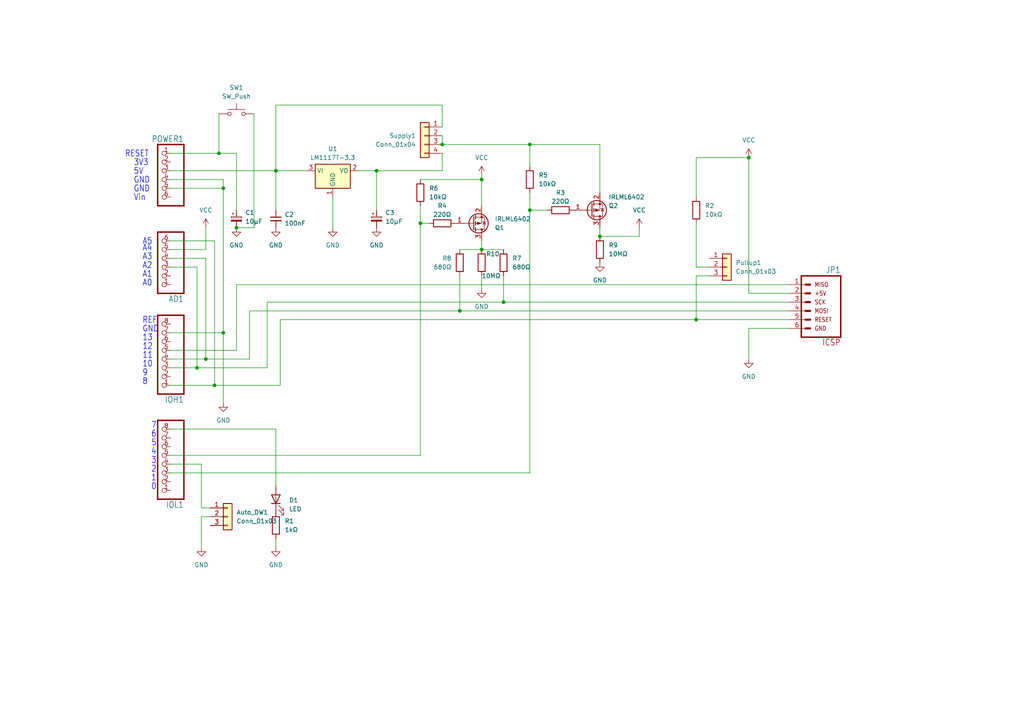
<source format=kicad_sch>
(kicad_sch (version 20230121) (generator eeschema)
  (paper "A4")
  (title_block (title "dw-link probe (THT)") (date "2023-09-04") (rev "3.0"))
  (lib_symbols
    (symbol "Connector_Generic:Conn_01x03" (pin_names (offset 1.016) hide)
      (property "Reference" "J" (at 0 5.08 0))
      (property "Value" "Conn_01x03" (at 0 -5.08 0))
      (symbol "Conn_01x03_1_1"
        (rectangle (start -1.27 -2.413) (end 0 -2.667) (stroke (width 0.1524)))
        (rectangle (start -1.27 0.127) (end 0 -0.127) (stroke (width 0.1524)))
        (rectangle (start -1.27 2.667) (end 0 2.413) (stroke (width 0.1524)))
        (rectangle (start -1.27 3.81) (end 1.27 -3.81) (stroke (width 0.254)) (fill (type background)))
        (pin passive line (at -5.08 2.54 0) (length 3.81) (name "Pin_1") (number "1"))
        (pin passive line (at -5.08 0 0) (length 3.81) (name "Pin_2") (number "2"))
        (pin passive line (at -5.08 -2.54 0) (length 3.81) (name "Pin_3") (number "3"))
      )
    )
    (symbol "Connector_Generic:Conn_01x04" (pin_names (offset 1.016) hide)
      (property "Reference" "J" (at 0 5.08 0))
      (property "Value" "Conn_01x04" (at 0 -7.62 0))
      (symbol "Conn_01x04_1_1"
        (rectangle (start -1.27 -4.953) (end 0 -5.207) (stroke (width 0.1524)))
        (rectangle (start -1.27 -2.413) (end 0 -2.667) (stroke (width 0.1524)))
        (rectangle (start -1.27 0.127) (end 0 -0.127) (stroke (width 0.1524)))
        (rectangle (start -1.27 2.667) (end 0 2.413) (stroke (width 0.1524)))
        (rectangle (start -1.27 3.81) (end 1.27 -6.35) (stroke (width 0.254)) (fill (type background)))
        (pin passive line (at -5.08 2.54 0) (length 3.81) (name "Pin_1") (number "1"))
        (pin passive line (at -5.08 0 0) (length 3.81) (name "Pin_2") (number "2"))
        (pin passive line (at -5.08 -2.54 0) (length 3.81) (name "Pin_3") (number "3"))
        (pin passive line (at -5.08 -5.08 0) (length 3.81) (name "Pin_4") (number "4"))
      )
    )
    (symbol "Device:C_Polarized_Small" (pin_numbers hide) (pin_names (offset 0.254) hide)
      (property "Reference" "C" (at 0.254 1.778 0))
      (property "Value" "C_Polarized_Small" (at 0.254 -2.032 0))
      (symbol "C_Polarized_Small_0_1"
        (rectangle (start -1.524 -0.3048) (end 1.524 -0.6858) (fill (type outline)))
        (rectangle (start -1.524 0.6858) (end 1.524 0.3048))
        (polyline (pts (xy -1.27 1.524) (xy -0.762 1.524)))
        (polyline (pts (xy -1.016 1.27) (xy -1.016 1.778)))
      )
      (symbol "C_Polarized_Small_1_1"
        (pin passive line (at 0 2.54 270) (length 1.8542) (name "~") (number "1"))
        (pin passive line (at 0 -2.54 90) (length 1.8542) (name "~") (number "2"))
      )
    )
    (symbol "Device:C_Small" (pin_numbers hide) (pin_names (offset 0.254) hide)
      (property "Reference" "C" (at 0.254 1.778 0))
      (property "Value" "C_Small" (at 0.254 -2.032 0))
      (symbol "C_Small_0_1"
        (polyline (pts (xy -1.524 -0.508) (xy 1.524 -0.508)) (stroke (width 0.3302)))
        (polyline (pts (xy -1.524 0.508) (xy 1.524 0.508)) (stroke (width 0.3048)))
      )
      (symbol "C_Small_1_1"
        (pin passive line (at 0 2.54 270) (length 2.032) (name "~") (number "1"))
        (pin passive line (at 0 -2.54 90) (length 2.032) (name "~") (number "2"))
      )
    )
    (symbol "Device:LED" (pin_numbers hide) (pin_names (offset 1.016) hide)
      (property "Reference" "D" (at 0 2.54 0))
      (property "Value" "LED" (at 0 -2.54 0))
      (symbol "LED_0_1"
        (polyline (pts (xy -1.27 -1.27) (xy -1.27 1.27)) (stroke (width 0.254)))
        (polyline (pts (xy -1.27 0) (xy 1.27 0)))
        (polyline (pts (xy 1.27 -1.27) (xy 1.27 1.27) (xy -1.27 0) (xy 1.27 -1.27)) (stroke (width 0.254)))
        (polyline (pts (xy -3.048 -0.762) (xy -4.572 -2.286) (xy -3.81 -2.286) (xy -4.572 -2.286) (xy -4.572 -1.524)))
        (polyline (pts (xy -1.778 -0.762) (xy -3.302 -2.286) (xy -2.54 -2.286) (xy -3.302 -2.286) (xy -3.302 -1.524)))
      )
      (symbol "LED_1_1"
        (pin passive line (at -3.81 0 0) (length 2.54) (name "K") (number "1"))
        (pin passive line (at 3.81 0 180) (length 2.54) (name "A") (number "2"))
      )
    )
    (symbol "Device:R" (pin_numbers hide) (pin_names (offset 0))
      (property "Reference" "R" (at 2.032 0 90))
      (property "Value" "R" (at 0 0 90))
      (symbol "R_0_1"
        (rectangle (start -1.016 -2.54) (end 1.016 2.54) (stroke (width 0.254)))
      )
      (symbol "R_1_1"
        (pin passive line (at 0 3.81 270) (length 1.27) (name "~") (number "1"))
        (pin passive line (at 0 -3.81 90) (length 1.27) (name "~") (number "2"))
      )
    )
    (symbol "Regulator_Linear:LM1117T-3.3"
      (property "Reference" "U" (at -3.81 3.175 0))
      (property "Value" "LM1117T-3.3" (at 0 3.175 0))
      (symbol "LM1117T-3.3_0_1"
        (rectangle (start -5.08 -5.08) (end 5.08 1.905) (stroke (width 0.254)) (fill (type background)))
      )
      (symbol "LM1117T-3.3_1_1"
        (pin power_in line (at 0 -7.62 90) (length 2.54) (name "GND") (number "1"))
        (pin power_out line (at 7.62 0 180) (length 2.54) (name "VO") (number "2"))
        (pin power_in line (at -7.62 0 0) (length 2.54) (name "VI") (number "3"))
      )
    )
    (symbol "Switch:SW_Push" (pin_numbers hide) (pin_names (offset 1.016) hide)
      (property "Reference" "SW" (at 1.27 2.54 0))
      (property "Value" "SW_Push" (at 0 -1.524 0))
      (symbol "SW_Push_0_1"
        (circle (center -2.032 0) (radius 0.508))
        (polyline (pts (xy 0 1.27) (xy 0 3.048)))
        (polyline (pts (xy 2.54 1.27) (xy -2.54 1.27)))
        (circle (center 2.032 0) (radius 0.508))
        (pin passive line (at -5.08 0 0) (length 2.54) (name "1") (number "1"))
        (pin passive line (at 5.08 0 180) (length 2.54) (name "2") (number "2"))
      )
    )
    (symbol "Transistor_FET:IRLML6402" (pin_names hide)
      (property "Reference" "Q" (at 5.08 1.905 0))
      (property "Value" "IRLML6402" (at 5.08 0 0))
      (symbol "IRLML6402_0_1"
        (polyline (pts (xy 0.254 0) (xy -2.54 0)))
        (polyline (pts (xy 0.254 1.905) (xy 0.254 -1.905)) (stroke (width 0.254)))
        (polyline (pts (xy 0.762 -1.27) (xy 0.762 -2.286)) (stroke (width 0.254)))
        (polyline (pts (xy 0.762 0.508) (xy 0.762 -0.508)) (stroke (width 0.254)))
        (polyline (pts (xy 0.762 2.286) (xy 0.762 1.27)) (stroke (width 0.254)))
        (polyline (pts (xy 2.54 2.54) (xy 2.54 1.778)))
        (polyline (pts (xy 2.54 -2.54) (xy 2.54 0) (xy 0.762 0)))
        (polyline (pts (xy 0.762 1.778) (xy 3.302 1.778) (xy 3.302 -1.778) (xy 0.762 -1.778)))
        (polyline (pts (xy 2.286 0) (xy 1.27 0.381) (xy 1.27 -0.381) (xy 2.286 0)) (fill (type outline)))
        (polyline (pts (xy 2.794 -0.508) (xy 2.921 -0.381) (xy 3.683 -0.381) (xy 3.81 -0.254)))
        (polyline (pts (xy 3.302 -0.381) (xy 2.921 0.254) (xy 3.683 0.254) (xy 3.302 -0.381)))
        (circle (center 1.651 0) (radius 2.794) (stroke (width 0.254)))
        (circle (center 2.54 -1.778) (radius 0.254) (fill (type outline)))
        (circle (center 2.54 1.778) (radius 0.254) (fill (type outline)))
      )
      (symbol "IRLML6402_1_1"
        (pin input line (at -5.08 0 0) (length 2.54) (name "G") (number "1"))
        (pin passive line (at 2.54 -5.08 90) (length 2.54) (name "S") (number "2"))
        (pin passive line (at 2.54 5.08 270) (length 2.54) (name "D") (number "3"))
      )
    )
    (symbol "dw-tht-eagle-import:ARDUINO_CONN-ICSP"
      (property "Reference" "JP" (at 0 18.542 0))
      (symbol "ARDUINO_CONN-ICSP_1_0"
        (polyline (pts (xy 0 17.78) (xy 0 0)) (stroke (width 0.4064)))
        (polyline (pts (xy 0 17.78) (xy 11.43 17.78)) (stroke (width 0.4064)))
        (polyline (pts (xy 8.89 2.54) (xy 10.16 2.54)) (stroke (width 0.6096)))
        (polyline (pts (xy 8.89 5.08) (xy 10.16 5.08)) (stroke (width 0.6096)))
        (polyline (pts (xy 8.89 7.62) (xy 10.16 7.62)) (stroke (width 0.6096)))
        (polyline (pts (xy 8.89 10.16) (xy 10.16 10.16)) (stroke (width 0.6096)))
        (polyline (pts (xy 8.89 12.7) (xy 10.16 12.7)) (stroke (width 0.6096)))
        (polyline (pts (xy 8.89 15.24) (xy 10.16 15.24)) (stroke (width 0.6096)))
        (polyline (pts (xy 11.43 0) (xy 0 0)) (stroke (width 0.4064)))
        (polyline (pts (xy 11.43 0) (xy 11.43 17.78)) (stroke (width 0.4064)))
        (text "+5V" (at 7.62 12.7 0) (effects (font (size 1.27 1.0795)) (justify right)))
        (text "GND" (at 7.62 2.54 0) (effects (font (size 1.27 1.0795)) (justify right)))
        (text "ICSP" (at 0 -2.54 0) (effects (font (size 1.778 1.5113)) (justify left bottom)))
        (text "MISO" (at 7.62 15.24 0) (effects (font (size 1.27 1.0795)) (justify right)))
        (text "MOSI" (at 7.62 7.62 0) (effects (font (size 1.27 1.0795)) (justify right)))
        (text "RESET" (at 7.62 5.08 0) (effects (font (size 1.27 1.0795)) (justify right)))
        (text "SCK" (at 7.62 10.16 0) (effects (font (size 1.27 1.0795)) (justify right)))
        (pin passive line (at 15.24 15.24 180) (length 5.08) (name "1") (number "1"))
        (pin passive line (at 15.24 12.7 180) (length 5.08) (name "2") (number "2"))
        (pin passive line (at 15.24 10.16 180) (length 5.08) (name "3") (number "3"))
        (pin passive line (at 15.24 7.62 180) (length 5.08) (name "4") (number "4"))
        (pin passive line (at 15.24 5.08 180) (length 5.08) (name "5") (number "5"))
        (pin passive line (at 15.24 2.54 180) (length 5.08) (name "6") (number "6"))
      )
    )
    (symbol "dw-tht-eagle-import:PINHD-1X6"
      (property "Reference" "JP" (at -6.35 10.795 0))
      (symbol "PINHD-1X6_1_0"
        (polyline (pts (xy -6.35 -7.62) (xy 1.27 -7.62)) (stroke (width 0.4064)))
        (polyline (pts (xy -6.35 10.16) (xy -6.35 -7.62)) (stroke (width 0.4064)))
        (polyline (pts (xy 1.27 -7.62) (xy 1.27 10.16)) (stroke (width 0.4064)))
        (polyline (pts (xy 1.27 10.16) (xy -6.35 10.16)) (stroke (width 0.4064)))
        (pin passive inverted (at -2.54 7.62 0) (length 2.54) (name "1") (number "1"))
        (pin passive inverted (at -2.54 5.08 0) (length 2.54) (name "2") (number "2"))
        (pin passive inverted (at -2.54 2.54 0) (length 2.54) (name "3") (number "3"))
        (pin passive inverted (at -2.54 0 0) (length 2.54) (name "4") (number "4"))
        (pin passive inverted (at -2.54 -2.54 0) (length 2.54) (name "5") (number "5"))
        (pin passive inverted (at -2.54 -5.08 0) (length 2.54) (name "6") (number "6"))
      )
    )
    (symbol "dw-tht-eagle-import:PINHD-1X8"
      (property "Reference" "JP" (at -6.35 13.335 0))
      (symbol "PINHD-1X8_1_0"
        (polyline (pts (xy -6.35 -10.16) (xy 1.27 -10.16)) (stroke (width 0.4064)))
        (polyline (pts (xy -6.35 12.7) (xy -6.35 -10.16)) (stroke (width 0.4064)))
        (polyline (pts (xy 1.27 -10.16) (xy 1.27 12.7)) (stroke (width 0.4064)))
        (polyline (pts (xy 1.27 12.7) (xy -6.35 12.7)) (stroke (width 0.4064)))
        (pin passive inverted (at -2.54 10.16 0) (length 2.54) (name "1") (number "1"))
        (pin passive inverted (at -2.54 7.62 0) (length 2.54) (name "2") (number "2"))
        (pin passive inverted (at -2.54 5.08 0) (length 2.54) (name "3") (number "3"))
        (pin passive inverted (at -2.54 2.54 0) (length 2.54) (name "4") (number "4"))
        (pin passive inverted (at -2.54 0 0) (length 2.54) (name "5") (number "5"))
        (pin passive inverted (at -2.54 -2.54 0) (length 2.54) (name "6") (number "6"))
        (pin passive inverted (at -2.54 -5.08 0) (length 2.54) (name "7") (number "7"))
        (pin passive inverted (at -2.54 -7.62 0) (length 2.54) (name "8") (number "8"))
      )
    )
    (symbol "power:GND" (power) (pin_names (offset 0))
      (property "Value" "GND" (at 0 -3.81 0))
      (symbol "GND_0_1"
        (polyline (pts (xy 0 0) (xy 0 -1.27) (xy 1.27 -1.27) (xy 0 -2.54) (xy -1.27 -1.27) (xy 0 -1.27)))
      )
      (symbol "GND_1_1"
        (pin power_in line (at 0 0 270) (length 0) hide (name "GND") (number "1"))
      )
    )
    (symbol "power:VCC" (power) (pin_names (offset 0))
      (property "Value" "VCC" (at 0 3.81 0))
      (symbol "VCC_0_1"
        (polyline (pts (xy -0.762 1.27) (xy 0 2.54)))
        (polyline (pts (xy 0 0) (xy 0 2.54)))
        (polyline (pts (xy 0 2.54) (xy 0.762 1.27)))
      )
      (symbol "VCC_1_1"
        (pin power_in line (at 0 0 90) (length 0) hide (name "VCC") (number "1"))
      )
    )
  )
  (junction (at 139.7 72.39))
  (junction (at 201.93 92.71))
  (junction (at 153.67 41.91))
  (junction (at 121.92 64.77))
  (junction (at 63.5 44.45))
  (junction (at 109.22 49.53))
  (junction (at 128.27 41.91))
  (junction (at 64.77 96.52))
  (junction (at 64.77 54.61))
  (junction (at 153.67 60.96))
  (junction (at 173.99 68.58))
  (junction (at 59.69 104.14))
  (junction (at 146.05 87.63))
  (junction (at 57.15 106.68))
  (junction (at 62.23 111.76))
  (junction (at 80.01 49.53))
  (junction (at 68.58 66.04))
  (junction (at 133.35 90.17))
  (junction (at 217.17 45.72))
  (junction (at 139.7 52.07))
  (wire (pts (xy 139.7 50.8) (xy 139.7 52.07)))
  (wire (pts (xy 139.7 52.07) (xy 139.7 59.69)))
  (wire (pts (xy 63.5 44.45) (xy 68.58 44.45)))
  (wire (pts (xy 228.6 95.25) (xy 217.17 95.25)))
  (wire (pts (xy 153.67 60.96) (xy 153.67 55.88)))
  (wire (pts (xy 128.27 30.48) (xy 80.01 30.48)))
  (wire (pts (xy 49.53 111.76) (xy 62.23 111.76)))
  (wire (pts (xy 128.27 49.53) (xy 109.22 49.53)))
  (wire (pts (xy 77.47 87.63) (xy 77.47 106.68)))
  (wire (pts (xy 109.22 49.53) (xy 104.14 49.53)))
  (wire (pts (xy 201.93 64.77) (xy 201.93 77.47)))
  (wire (pts (xy 63.5 33.02) (xy 63.5 44.45)))
  (wire (pts (xy 153.67 60.96) (xy 153.67 137.16)))
  (wire (pts (xy 205.74 80.01) (xy 201.93 80.01)))
  (wire (pts (xy 173.99 41.91) (xy 173.99 55.88)))
  (wire (pts (xy 201.93 77.47) (xy 205.74 77.47)))
  (wire (pts (xy 68.58 44.45) (xy 68.58 60.96)))
  (wire (pts (xy 49.53 77.47) (xy 57.15 77.47)))
  (wire (pts (xy 228.6 85.09) (xy 217.17 85.09)))
  (wire (pts (xy 133.35 80.01) (xy 133.35 90.17)))
  (wire (pts (xy 64.77 52.07) (xy 64.77 54.61)))
  (wire (pts (xy 201.93 80.01) (xy 201.93 92.71)))
  (wire (pts (xy 80.01 124.46) (xy 80.01 140.97)))
  (wire (pts (xy 128.27 39.37) (xy 128.27 41.91)))
  (wire (pts (xy 80.01 30.48) (xy 80.01 49.53)))
  (wire (pts (xy 49.53 101.6) (xy 68.58 101.6)))
  (wire (pts (xy 201.93 92.71) (xy 228.6 92.71)))
  (wire (pts (xy 77.47 106.68) (xy 57.15 106.68)))
  (wire (pts (xy 58.42 134.62) (xy 58.42 147.32)))
  (wire (pts (xy 80.01 156.21) (xy 80.01 158.75)))
  (wire (pts (xy 49.53 124.46) (xy 80.01 124.46)))
  (wire (pts (xy 49.53 134.62) (xy 58.42 134.62)))
  (wire (pts (xy 58.42 147.32) (xy 60.96 147.32)))
  (wire (pts (xy 158.75 60.96) (xy 153.67 60.96)))
  (wire (pts (xy 217.17 95.25) (xy 217.17 104.14)))
  (wire (pts (xy 77.47 87.63) (xy 146.05 87.63)))
  (wire (pts (xy 139.7 72.39) (xy 146.05 72.39)))
  (wire (pts (xy 49.53 132.08) (xy 121.92 132.08)))
  (wire (pts (xy 201.93 45.72) (xy 217.17 45.72)))
  (wire (pts (xy 80.01 49.53) (xy 80.01 60.96)))
  (wire (pts (xy 64.77 54.61) (xy 64.77 96.52)))
  (wire (pts (xy 49.53 137.16) (xy 153.67 137.16)))
  (wire (pts (xy 80.01 49.53) (xy 88.9 49.53)))
  (wire (pts (xy 133.35 90.17) (xy 72.39 90.17)))
  (wire (pts (xy 57.15 106.68) (xy 49.53 106.68)))
  (wire (pts (xy 121.92 132.08) (xy 121.92 64.77)))
  (wire (pts (xy 173.99 68.58) (xy 173.99 66.04)))
  (wire (pts (xy 228.6 82.55) (xy 68.58 82.55)))
  (wire (pts (xy 153.67 41.91) (xy 173.99 41.91)))
  (wire (pts (xy 62.23 111.76) (xy 62.23 69.85)))
  (wire (pts (xy 59.69 74.93) (xy 59.69 104.14)))
  (wire (pts (xy 57.15 77.47) (xy 57.15 106.68)))
  (wire (pts (xy 68.58 101.6) (xy 68.58 82.55)))
  (wire (pts (xy 59.69 72.39) (xy 49.53 72.39)))
  (wire (pts (xy 109.22 49.53) (xy 109.22 60.96)))
  (wire (pts (xy 228.6 90.17) (xy 133.35 90.17)))
  (wire (pts (xy 185.42 66.04) (xy 185.42 68.58)))
  (wire (pts (xy 128.27 44.45) (xy 128.27 49.53)))
  (wire (pts (xy 73.66 33.02) (xy 73.66 66.04)))
  (wire (pts (xy 139.7 80.01) (xy 139.7 83.82)))
  (wire (pts (xy 49.53 96.52) (xy 64.77 96.52)))
  (wire (pts (xy 185.42 68.58) (xy 173.99 68.58)))
  (wire (pts (xy 59.69 104.14) (xy 72.39 104.14)))
  (wire (pts (xy 49.53 52.07) (xy 64.77 52.07)))
  (wire (pts (xy 133.35 72.39) (xy 139.7 72.39)))
  (wire (pts (xy 217.17 85.09) (xy 217.17 45.72)))
  (wire (pts (xy 121.92 64.77) (xy 124.46 64.77)))
  (wire (pts (xy 64.77 96.52) (xy 64.77 116.84)))
  (wire (pts (xy 49.53 49.53) (xy 80.01 49.53)))
  (wire (pts (xy 121.92 52.07) (xy 139.7 52.07)))
  (wire (pts (xy 81.28 111.76) (xy 81.28 92.71)))
  (wire (pts (xy 81.28 92.71) (xy 201.93 92.71)))
  (wire (pts (xy 59.69 66.04) (xy 59.69 72.39)))
  (wire (pts (xy 128.27 41.91) (xy 153.67 41.91)))
  (wire (pts (xy 201.93 45.72) (xy 201.93 57.15)))
  (wire (pts (xy 128.27 36.83) (xy 128.27 30.48)))
  (wire (pts (xy 58.42 149.86) (xy 58.42 158.75)))
  (wire (pts (xy 49.53 44.45) (xy 63.5 44.45)))
  (wire (pts (xy 68.58 66.04) (xy 73.66 66.04)))
  (wire (pts (xy 49.53 104.14) (xy 59.69 104.14)))
  (wire (pts (xy 62.23 69.85) (xy 49.53 69.85)))
  (wire (pts (xy 60.96 149.86) (xy 58.42 149.86)))
  (wire (pts (xy 49.53 74.93) (xy 59.69 74.93)))
  (wire (pts (xy 146.05 80.01) (xy 146.05 87.63)))
  (wire (pts (xy 153.67 41.91) (xy 153.67 48.26)))
  (wire (pts (xy 121.92 59.69) (xy 121.92 64.77)))
  (wire (pts (xy 139.7 69.85) (xy 139.7 72.39)))
  (wire (pts (xy 72.39 90.17) (xy 72.39 104.14)))
  (wire (pts (xy 62.23 111.76) (xy 81.28 111.76)))
  (wire (pts (xy 96.52 57.15) (xy 96.52 66.04)))
  (wire (pts (xy 49.53 54.61) (xy 64.77 54.61)))
  (wire (pts (xy 146.05 87.63) (xy 228.6 87.63)))
  (text "10" (at 41.275 106.68 0) (effects (font (size 1.778 1.5113)) (justify left bottom)))
  (text "A1" (at 41.275 80.645 0) (effects (font (size 1.778 1.5113)) (justify left bottom)))
  (text "RESET" (at 36.195 45.72 0) (effects (font (size 1.778 1.5113)) (justify left bottom)))
  (text "A2" (at 41.275 78.105 0) (effects (font (size 1.778 1.5113)) (justify left bottom)))
  (text "8" (at 41.275 111.76 0) (effects (font (size 1.778 1.5113)) (justify left bottom)))
  (text "4" (at 43.815 132.08 0) (effects (font (size 1.778 1.5113)) (justify left bottom)))
  (text "3" (at 43.815 134.62 0) (effects (font (size 1.778 1.5113)) (justify left bottom)))
  (text "1" (at 43.815 139.7 0) (effects (font (size 1.778 1.5113)) (justify left bottom)))
  (text "2" (at 43.815 137.16 0) (effects (font (size 1.778 1.5113)) (justify left bottom)))
  (text "5V" (at 38.735 50.8 0) (effects (font (size 1.778 1.5113)) (justify left bottom)))
  (text "7" (at 43.815 124.46 0) (effects (font (size 1.778 1.5113)) (justify left bottom)))
  (text "5" (at 43.815 129.54 0) (effects (font (size 1.778 1.5113)) (justify left bottom)))
  (text "3V3" (at 38.735 48.26 0) (effects (font (size 1.778 1.5113)) (justify left bottom)))
  (text "A5" (at 41.275 71.12 0) (effects (font (size 1.778 1.5113)) (justify left bottom)))
  (text "GND" (at 41.275 96.52 0) (effects (font (size 1.778 1.5113)) (justify left bottom)))
  (text "13" (at 41.275 99.06 0) (effects (font (size 1.778 1.5113)) (justify left bottom)))
  (text "11" (at 41.275 104.14 0) (effects (font (size 1.778 1.5113)) (justify left bottom)))
  (text "GND" (at 38.735 53.34 0) (effects (font (size 1.778 1.5113)) (justify left bottom)))
  (text "A0" (at 41.275 83.185 0) (effects (font (size 1.778 1.5113)) (justify left bottom)))
  (text "REF" (at 41.275 93.98 0) (effects (font (size 1.778 1.5113)) (justify left bottom)))
  (text "9" (at 41.275 109.22 0) (effects (font (size 1.778 1.5113)) (justify left bottom)))
  (text "Vin" (at 38.735 58.42 0) (effects (font (size 1.778 1.5113)) (justify left bottom)))
  (text "GND" (at 38.735 55.88 0) (effects (font (size 1.778 1.5113)) (justify left bottom)))
  (text "A4" (at 41.275 73.025 0) (effects (font (size 1.778 1.5113)) (justify left bottom)))
  (text "A3" (at 41.275 75.565 0) (effects (font (size 1.778 1.5113)) (justify left bottom)))
  (text "0" (at 43.815 142.24 0) (effects (font (size 1.778 1.5113)) (justify left bottom)))
  (text "6" (at 43.815 127 0) (effects (font (size 1.778 1.5113)) (justify left bottom)))
  (text "12" (at 41.275 101.6 0) (effects (font (size 1.778 1.5113)) (justify left bottom)))
  (symbol (lib_id "power:GND") (at 96.52 66.04 0) (unit 1)
    (property "Reference" "#PWR08" (effects hide))
    (property "Value" "GND" (at 96.52 71.12 0))
  )
  (symbol (lib_id "Device:R") (at 128.27 64.77 270) (unit 1)
    (property "Reference" "R4" (at 128.27 59.69 90))
    (property "Value" "220Ω" (at 128.27 62.23 90))
    (property "Footprint" "Resistor_THT:R_Axial_DIN0207_L6.3mm_D2.5mm_P7.62mm_Horizontal" (effects hide))
  )
  (symbol (lib_id "Device:R") (at 139.7 76.2 0) (unit 1)
    (property "Reference" "R10" (at 140.97 73.66 0) (effects (justify left)))
    (property "Value" "10MΩ" (at 139.7 80.01 0) (effects (justify left)))
    (property "Footprint" "Resistor_THT:R_Axial_DIN0207_L6.3mm_D2.5mm_P7.62mm_Horizontal" (effects hide))
  )
  (symbol (lib_id "Device:R") (at 162.56 60.96 270) (unit 1)
    (property "Reference" "R3" (at 162.56 55.88 90))
    (property "Value" "220Ω" (at 162.56 58.42 90))
    (property "Footprint" "Resistor_THT:R_Axial_DIN0207_L6.3mm_D2.5mm_P7.62mm_Horizontal" (effects hide))
  )
  (symbol (lib_id "Transistor_FET:IRLML6402") (at 171.45 60.96 0) (mirror x) (unit 1)
    (property "Reference" "Q2" (at 176.53 59.69 0) (effects (justify left)))
    (property "Value" "IRLML6402" (at 176.53 57.15 0) (effects (justify left)))
    (property "Footprint" "Package_TO_SOT_SMD:SOT-23_Handsoldering" (effects hide))
    (property "Datasheet" "https://www.infineon.com/dgdl/irlml6402pbf.pdf?fileId=5546d462533600a401535668d5c2263c" (effects hide))
  )
  (symbol (lib_id "power:GND") (at 68.58 66.04 0) (unit 1)
    (property "Reference" "#PWR04" (effects hide))
    (property "Value" "GND" (at 68.58 71.12 0))
  )
  (symbol (lib_id "power:VCC") (at 217.17 45.72 0) (unit 1)
    (property "Reference" "#PWR01" (effects hide))
    (property "Value" "VCC" (at 217.17 40.64 0))
  )
  (symbol (lib_id "dw-tht-eagle-import:PINHD-1X8") (at 46.99 132.08 180) (unit 1)
    (property "Reference" "IOL1" (at 53.34 145.415 0) (effects (font (size 1.778 1.5113)) (justify left bottom)))
    (property "Value" "PINHD-1X8" (effects hide))
    (property "Footprint" "Connector_PinHeader_2.54mm:PinHeader_1x08_P2.54mm_Vertical" (effects hide))
  )
  (symbol (lib_id "Device:C_Small") (at 80.01 63.5 0) (unit 1)
    (property "Reference" "C2" (at 82.55 62.2363 0) (effects (justify left)))
    (property "Value" "100nF" (at 82.55 64.7763 0) (effects (justify left)))
    (property "Footprint" "Capacitor_THT:C_Disc_D7.5mm_W2.5mm_P5.00mm" (effects hide))
  )
  (symbol (lib_id "Connector_Generic:Conn_01x03") (at 66.04 149.86 0) (unit 1)
    (property "Reference" "Auto_DW1" (at 68.58 148.59 0) (effects (justify left)))
    (property "Value" "Conn_01x03" (at 68.58 151.13 0) (effects (justify left)))
    (property "Footprint" "Connector_PinHeader_2.54mm:PinHeader_1x03_P2.54mm_Vertical" (effects hide))
  )
  (symbol (lib_id "dw-tht-eagle-import:PINHD-1X6") (at 46.99 52.07 0) (mirror y) (unit 1)
    (property "Reference" "POWER1" (at 53.34 41.275 0) (effects (font (size 1.778 1.5113)) (justify left bottom)))
    (property "Value" "PINHD-1X6" (effects hide))
    (property "Footprint" "Connector_PinHeader_2.54mm:PinHeader_1x06_P2.54mm_Vertical" (effects hide))
  )
  (symbol (lib_id "Device:R") (at 80.01 152.4 0) (unit 1)
    (property "Reference" "R1" (at 82.55 151.13 0) (effects (justify left)))
    (property "Value" "1kΩ" (at 82.55 153.67 0) (effects (justify left)))
    (property "Footprint" "Resistor_THT:R_Axial_DIN0207_L6.3mm_D2.5mm_P7.62mm_Horizontal" (effects hide))
  )
  (symbol (lib_id "power:GND") (at 109.22 66.04 0) (unit 1)
    (property "Reference" "#PWR011" (effects hide))
    (property "Value" "GND" (at 109.22 71.12 0))
  )
  (symbol (lib_id "power:VCC") (at 59.69 66.04 0) (unit 1)
    (property "Reference" "#PWR014" (effects hide))
    (property "Value" "VCC" (at 59.69 60.96 0))
  )
  (symbol (lib_id "power:GND") (at 64.77 116.84 0) (unit 1)
    (property "Reference" "#PWR03" (effects hide))
    (property "Value" "GND" (at 64.77 121.92 0))
  )
  (symbol (lib_id "power:GND") (at 139.7 83.82 0) (unit 1)
    (property "Reference" "#PWR013" (effects hide))
    (property "Value" "GND" (at 139.7 88.9 0))
  )
  (symbol (lib_id "power:VCC") (at 185.42 66.04 0) (unit 1)
    (property "Reference" "#PWR09" (effects hide))
    (property "Value" "VCC" (at 185.42 60.96 0))
  )
  (symbol (lib_id "power:GND") (at 217.17 104.14 0) (unit 1)
    (property "Reference" "#PWR02" (effects hide))
    (property "Value" "GND" (at 217.17 109.22 0))
  )
  (symbol (lib_id "Device:R") (at 146.05 76.2 0) (unit 1)
    (property "Reference" "R7" (at 148.59 74.93 0) (effects (justify left)))
    (property "Value" "680Ω" (at 148.59 77.47 0) (effects (justify left)))
    (property "Footprint" "Resistor_THT:R_Axial_DIN0207_L6.3mm_D2.5mm_P7.62mm_Horizontal" (effects hide))
  )
  (symbol (lib_id "dw-tht-eagle-import:PINHD-1X8") (at 46.99 101.6 180) (unit 1)
    (property "Reference" "IOH1" (at 53.34 114.935 0) (effects (font (size 1.778 1.5113)) (justify left bottom)))
    (property "Value" "PINHD-1X8" (effects hide))
    (property "Footprint" "Connector_PinHeader_2.54mm:PinHeader_1x08_P2.54mm_Vertical" (effects hide))
  )
  (symbol (lib_id "Transistor_FET:IRLML6402") (at 137.16 64.77 0) (mirror x) (unit 1)
    (property "Reference" "Q1" (at 143.51 66.04 0) (effects (justify left)))
    (property "Value" "IRLML6402" (at 143.51 63.5 0) (effects (justify left)))
    (property "Footprint" "Package_TO_SOT_SMD:SOT-23_Handsoldering" (effects hide))
    (property "Datasheet" "https://www.infineon.com/dgdl/irlml6402pbf.pdf?fileId=5546d462533600a401535668d5c2263c" (effects hide))
  )
  (symbol (lib_id "dw-tht-eagle-import:ARDUINO_CONN-ICSP") (at 243.84 97.79 0) (mirror y) (unit 1)
    (property "Reference" "JP1" (at 243.84 79.248 0) (effects (font (size 1.778 1.5113)) (justify left bottom)))
    (property "Value" "ARDUINO_CONN-ICSP" (effects hide))
    (property "Footprint" "Connector_PinHeader_2.54mm:PinHeader_2x03_P2.54mm_Vertical" (effects hide))
  )
  (symbol (lib_id "Device:C_Polarized_Small") (at 109.22 63.5 0) (unit 1)
    (property "Reference" "C3" (at 111.76 61.6839 0) (effects (justify left)))
    (property "Value" "10µF" (at 111.76 64.2239 0) (effects (justify left)))
    (property "Footprint" "Capacitor_THT:CP_Radial_D4.0mm_P1.50mm" (effects hide))
  )
  (symbol (lib_id "Device:R") (at 173.99 72.39 0) (unit 1)
    (property "Reference" "R9" (at 176.53 71.12 0) (effects (justify left)))
    (property "Value" "10MΩ" (at 176.53 73.66 0) (effects (justify left)))
    (property "Footprint" "Resistor_THT:R_Axial_DIN0207_L6.3mm_D2.5mm_P7.62mm_Horizontal" (effects hide))
  )
  (symbol (lib_id "power:GND") (at 58.42 158.75 0) (unit 1)
    (property "Reference" "#PWR06" (effects hide))
    (property "Value" "GND" (at 58.42 163.83 0))
  )
  (symbol (lib_id "Connector_Generic:Conn_01x03") (at 210.82 77.47 0) (unit 1)
    (property "Reference" "Pullup1" (at 213.36 76.2 0) (effects (justify left)))
    (property "Value" "Conn_01x03" (at 213.36 78.74 0) (effects (justify left)))
    (property "Footprint" "Connector_PinHeader_2.54mm:PinHeader_1x03_P2.54mm_Vertical" (effects hide))
  )
  (symbol (lib_id "dw-tht-eagle-import:PINHD-1X6") (at 46.99 74.93 180) (unit 1)
    (property "Reference" "AD1" (at 53.34 85.725 0) (effects (font (size 1.778 1.5113)) (justify left bottom)))
    (property "Value" "PINHD-1X6" (effects hide))
    (property "Footprint" "Connector_PinHeader_2.54mm:PinHeader_1x06_P2.54mm_Vertical" (effects hide))
  )
  (symbol (lib_id "Device:R") (at 133.35 76.2 0) (unit 1)
    (property "Reference" "R8" (at 128.27 74.93 0) (effects (justify left)))
    (property "Value" "680Ω" (at 125.73 77.47 0) (effects (justify left)))
    (property "Footprint" "Resistor_THT:R_Axial_DIN0207_L6.3mm_D2.5mm_P7.62mm_Horizontal" (effects hide))
  )
  (symbol (lib_id "Switch:SW_Push") (at 68.58 33.02 0) (unit 1)
    (property "Reference" "SW1" (at 68.58 25.4 0))
    (property "Value" "SW_Push" (at 68.58 27.94 0))
    (property "Footprint" "Button_Switch_THT:SW_TH_Tactile_Omron_B3F-10xx" (effects hide))
  )
  (symbol (lib_id "Regulator_Linear:LM1117T-3.3") (at 96.52 49.53 0) (unit 1)
    (property "Reference" "U1" (at 96.52 43.18 0))
    (property "Value" "LM1117T-3.3" (at 96.52 45.72 0))
    (property "Footprint" "Package_TO_SOT_THT:TO-220-3_Horizontal_TabDown" (effects hide))
    (property "Datasheet" "http://www.ti.com/lit/ds/symlink/lm1117.pdf" (effects hide))
  )
  (symbol (lib_id "Connector_Generic:Conn_01x04") (at 123.19 39.37 0) (mirror y) (unit 1)
    (property "Reference" "Supply1" (at 120.65 39.37 0) (effects (justify left)))
    (property "Value" "Conn_01x04" (at 120.65 41.91 0) (effects (justify left)))
    (property "Footprint" "Connector_PinHeader_2.54mm:PinHeader_1x04_P2.54mm_Vertical" (effects hide))
  )
  (symbol (lib_id "Device:R") (at 201.93 60.96 0) (unit 1)
    (property "Reference" "R2" (at 204.47 59.69 0) (effects (justify left)))
    (property "Value" "10kΩ" (at 204.47 62.23 0) (effects (justify left)))
    (property "Footprint" "Resistor_THT:R_Axial_DIN0207_L6.3mm_D2.5mm_P7.62mm_Horizontal" (effects hide))
  )
  (symbol (lib_id "power:VCC") (at 139.7 50.8 0) (unit 1)
    (property "Reference" "#PWR010" (effects hide))
    (property "Value" "VCC" (at 139.7 45.72 0))
  )
  (symbol (lib_id "power:GND") (at 80.01 66.04 0) (unit 1)
    (property "Reference" "#PWR07" (effects hide))
    (property "Value" "GND" (at 80.01 71.12 0))
  )
  (symbol (lib_id "power:GND") (at 80.01 158.75 0) (unit 1)
    (property "Reference" "#PWR05" (effects hide))
    (property "Value" "GND" (at 80.01 163.83 0))
  )
  (symbol (lib_id "Device:LED") (at 80.01 144.78 90) (unit 1)
    (property "Reference" "D1" (at 83.82 145.0975 90) (effects (justify right)))
    (property "Value" "LED" (at 83.82 147.6375 90) (effects (justify right)))
    (property "Footprint" "LED_THT:LED_D3.0mm" (effects hide))
  )
  (symbol (lib_id "Device:R") (at 121.92 55.88 0) (unit 1)
    (property "Reference" "R6" (at 124.46 54.61 0) (effects (justify left)))
    (property "Value" "10kΩ" (at 124.46 57.15 0) (effects (justify left)))
    (property "Footprint" "Resistor_THT:R_Axial_DIN0207_L6.3mm_D2.5mm_P7.62mm_Horizontal" (effects hide))
  )
  (symbol (lib_id "power:GND") (at 173.99 76.2 0) (unit 1)
    (property "Reference" "#PWR012" (effects hide))
    (property "Value" "GND" (at 173.99 81.28 0))
  )
  (symbol (lib_id "Device:R") (at 153.67 52.07 0) (unit 1)
    (property "Reference" "R5" (at 156.21 50.8 0) (effects (justify left)))
    (property "Value" "10kΩ" (at 156.21 53.34 0) (effects (justify left)))
    (property "Footprint" "Resistor_THT:R_Axial_DIN0207_L6.3mm_D2.5mm_P7.62mm_Horizontal" (effects hide))
  )
  (symbol (lib_id "Device:C_Polarized_Small") (at 68.58 63.5 0) (unit 1)
    (property "Reference" "C1" (at 71.12 61.6839 0) (effects (justify left)))
    (property "Value" "10µF" (at 71.12 64.2239 0) (effects (justify left)))
    (property "Footprint" "Capacitor_THT:CP_Radial_D4.0mm_P1.50mm" (effects hide))
  )
)
</source>
